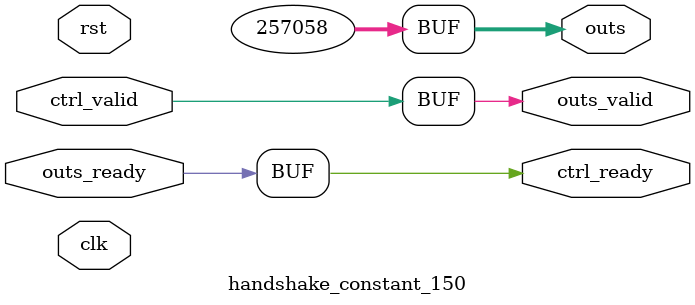
<source format=v>
`timescale 1ns / 1ps
module handshake_constant_150 #(
  parameter DATA_WIDTH = 32  // Default set to 32 bits
) (
  input                       clk,
  input                       rst,
  // Input Channel
  input                       ctrl_valid,
  output                      ctrl_ready,
  // Output Channel
  output [DATA_WIDTH - 1 : 0] outs,
  output                      outs_valid,
  input                       outs_ready
);
  assign outs       = 19'b0111110110000100010;
  assign outs_valid = ctrl_valid;
  assign ctrl_ready = outs_ready;

endmodule

</source>
